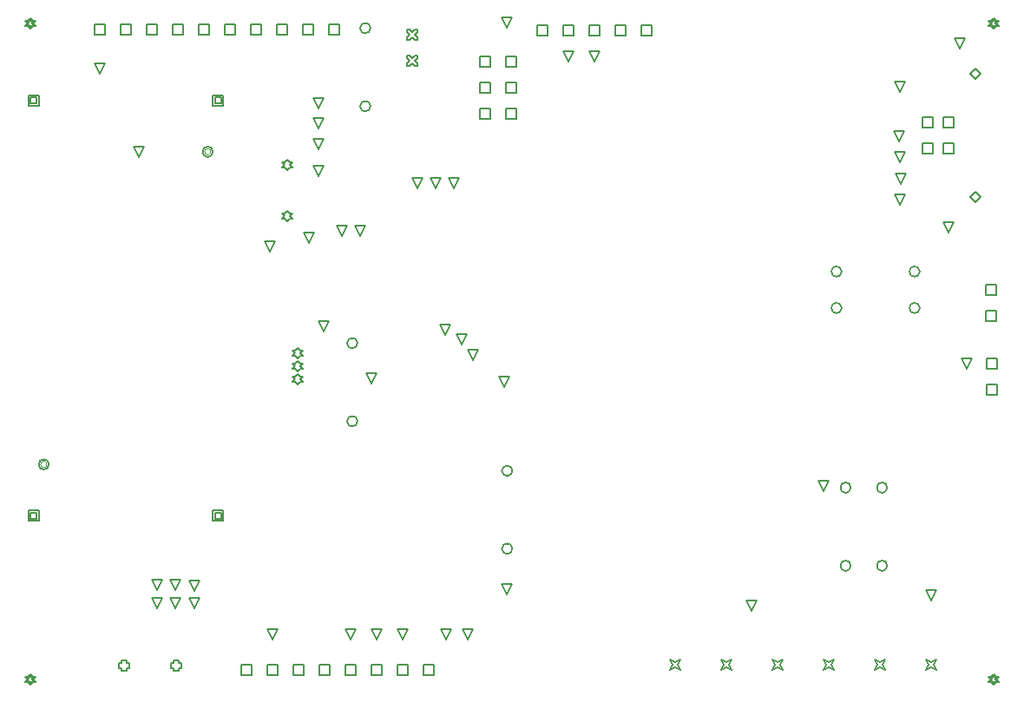
<source format=gbr>
%TF.GenerationSoftware,Altium Limited,Altium Designer,22.8.2 (66)*%
G04 Layer_Color=2752767*
%FSLAX45Y45*%
%MOMM*%
%TF.SameCoordinates,BD556100-397B-4985-8EB5-C039F1F1876F*%
%TF.FilePolarity,Positive*%
%TF.FileFunction,Drawing*%
%TF.Part,Single*%
G01*
G75*
%TA.AperFunction,NonConductor*%
%ADD70C,0.12700*%
%ADD114C,0.16933*%
%ADD115C,0.10160*%
D70*
X281200Y1847500D02*
Y1949100D01*
X382800D01*
Y1847500D01*
X281200D01*
X301520Y1867820D02*
Y1928780D01*
X362480D01*
Y1867820D01*
X301520D01*
X2081200Y1847500D02*
Y1949100D01*
X2182800D01*
Y1847500D01*
X2081200D01*
X2101520Y1867820D02*
Y1928780D01*
X2162480D01*
Y1867820D01*
X2101520D01*
X281200Y5897500D02*
Y5999100D01*
X382800D01*
Y5897500D01*
X281200D01*
X301520Y5917820D02*
Y5978780D01*
X362480D01*
Y5917820D01*
X301520D01*
X2081200Y5897500D02*
Y5999100D01*
X2182800D01*
Y5897500D01*
X2081200D01*
X2101520Y5917820D02*
Y5978780D01*
X2162480D01*
Y5917820D01*
X2101520D01*
X9629300Y3073400D02*
Y3175000D01*
X9730900D01*
Y3073400D01*
X9629300D01*
Y3327400D02*
Y3429000D01*
X9730900D01*
Y3327400D01*
X9629300D01*
X2908475Y3429000D02*
X2933875Y3454400D01*
X2959275D01*
X2933875Y3479800D01*
X2959275Y3505200D01*
X2933875D01*
X2908475Y3530600D01*
X2883075Y3505200D01*
X2857675D01*
X2883075Y3479800D01*
X2857675Y3454400D01*
X2883075D01*
X2908475Y3429000D01*
Y3175000D02*
X2933875Y3200400D01*
X2959275D01*
X2933875Y3225800D01*
X2959275Y3251200D01*
X2933875D01*
X2908475Y3276600D01*
X2883075Y3251200D01*
X2857675D01*
X2883075Y3225800D01*
X2857675Y3200400D01*
X2883075D01*
X2908475Y3175000D01*
Y3302000D02*
X2933875Y3327400D01*
X2959275D01*
X2933875Y3352800D01*
X2959275Y3378200D01*
X2933875D01*
X2908475Y3403600D01*
X2883075Y3378200D01*
X2857675D01*
X2883075Y3352800D01*
X2857675Y3327400D01*
X2883075D01*
X2908475Y3302000D01*
X927100Y6591300D02*
Y6692900D01*
X1028700D01*
Y6591300D01*
X927100D01*
X1181100D02*
Y6692900D01*
X1282700D01*
Y6591300D01*
X1181100D01*
X1689100D02*
Y6692900D01*
X1790700D01*
Y6591300D01*
X1689100D01*
X1943100D02*
Y6692900D01*
X2044700D01*
Y6591300D01*
X1943100D01*
X2197100D02*
Y6692900D01*
X2298700D01*
Y6591300D01*
X2197100D01*
X2451100D02*
Y6692900D01*
X2552700D01*
Y6591300D01*
X2451100D01*
X2705100D02*
Y6692900D01*
X2806700D01*
Y6591300D01*
X2705100D01*
X2959100D02*
Y6692900D01*
X3060700D01*
Y6591300D01*
X2959100D01*
X3213100D02*
Y6692900D01*
X3314700D01*
Y6591300D01*
X3213100D01*
X1435100D02*
Y6692900D01*
X1536700D01*
Y6591300D01*
X1435100D01*
X4686300Y6273800D02*
Y6375400D01*
X4787900D01*
Y6273800D01*
X4686300D01*
X4940300D02*
Y6375400D01*
X5041900D01*
Y6273800D01*
X4940300D01*
X4686300Y6019800D02*
Y6121400D01*
X4787900D01*
Y6019800D01*
X4686300D01*
X4940300D02*
Y6121400D01*
X5041900D01*
Y6019800D01*
X4940300D01*
X4686300Y5765800D02*
Y5867400D01*
X4787900D01*
Y5765800D01*
X4686300D01*
X4940300D02*
Y5867400D01*
X5041900D01*
Y5765800D01*
X4940300D01*
X3975100Y6540500D02*
X4000500D01*
X4025900Y6565900D01*
X4051300Y6540500D01*
X4076700D01*
Y6565900D01*
X4051300Y6591300D01*
X4076700Y6616700D01*
Y6642100D01*
X4051300D01*
X4025900Y6616700D01*
X4000500Y6642100D01*
X3975100D01*
Y6616700D01*
X4000500Y6591300D01*
X3975100Y6565900D01*
Y6540500D01*
Y6286500D02*
X4000500D01*
X4025900Y6311900D01*
X4051300Y6286500D01*
X4076700D01*
Y6311900D01*
X4051300Y6337300D01*
X4076700Y6362700D01*
Y6388100D01*
X4051300D01*
X4025900Y6362700D01*
X4000500Y6388100D01*
X3975100D01*
Y6362700D01*
X4000500Y6337300D01*
X3975100Y6311900D01*
Y6286500D01*
X4139978Y338721D02*
Y440321D01*
X4241578D01*
Y338721D01*
X4139978D01*
X3885978D02*
Y440321D01*
X3987578D01*
Y338721D01*
X3885978D01*
X3631978D02*
Y440321D01*
X3733578D01*
Y338721D01*
X3631978D01*
X3377978D02*
Y440321D01*
X3479578D01*
Y338721D01*
X3377978D01*
X3123978D02*
Y440321D01*
X3225578D01*
Y338721D01*
X3123978D01*
X2869978D02*
Y440321D01*
X2971578D01*
Y338721D01*
X2869978D01*
X2615978D02*
Y440321D01*
X2717578D01*
Y338721D01*
X2615978D01*
X2361978D02*
Y440321D01*
X2463578D01*
Y338721D01*
X2361978D01*
X300000Y6649200D02*
X325400Y6674600D01*
X350800D01*
X325400Y6700000D01*
X350800Y6725400D01*
X325400D01*
X300000Y6750800D01*
X274600Y6725400D01*
X249200D01*
X274600Y6700000D01*
X249200Y6674600D01*
X274600D01*
X300000Y6649200D01*
Y6669520D02*
X315240Y6684760D01*
X330480D01*
X315240Y6700000D01*
X330480Y6715240D01*
X315240D01*
X300000Y6730480D01*
X284760Y6715240D01*
X269520D01*
X284760Y6700000D01*
X269520Y6684760D01*
X284760D01*
X300000Y6669520D01*
X9700000Y6649200D02*
X9725400Y6674600D01*
X9750800D01*
X9725400Y6700000D01*
X9750800Y6725400D01*
X9725400D01*
X9700000Y6750800D01*
X9674600Y6725400D01*
X9649200D01*
X9674600Y6700000D01*
X9649200Y6674600D01*
X9674600D01*
X9700000Y6649200D01*
Y6669520D02*
X9715240Y6684760D01*
X9730480D01*
X9715240Y6700000D01*
X9730480Y6715240D01*
X9715240D01*
X9700000Y6730480D01*
X9684760Y6715240D01*
X9669520D01*
X9684760Y6700000D01*
X9669520Y6684760D01*
X9684760D01*
X9700000Y6669520D01*
Y249200D02*
X9725400Y274600D01*
X9750800D01*
X9725400Y300000D01*
X9750800Y325400D01*
X9725400D01*
X9700000Y350800D01*
X9674600Y325400D01*
X9649200D01*
X9674600Y300000D01*
X9649200Y274600D01*
X9674600D01*
X9700000Y249200D01*
Y269520D02*
X9715240Y284760D01*
X9730480D01*
X9715240Y300000D01*
X9730480Y315240D01*
X9715240D01*
X9700000Y330480D01*
X9684760Y315240D01*
X9669520D01*
X9684760Y300000D01*
X9669520Y284760D01*
X9684760D01*
X9700000Y269520D01*
X300000Y249200D02*
X325400Y274600D01*
X350800D01*
X325400Y300000D01*
X350800Y325400D01*
X325400D01*
X300000Y350800D01*
X274600Y325400D01*
X249200D01*
X274600Y300000D01*
X249200Y274600D01*
X274600D01*
X300000Y249200D01*
Y269520D02*
X315240Y284760D01*
X330480D01*
X315240Y300000D01*
X330480Y315240D01*
X315240D01*
X300000Y330480D01*
X284760Y315240D01*
X269520D01*
X284760Y300000D01*
X269520Y284760D01*
X284760D01*
X300000Y269520D01*
X9626600Y4051300D02*
Y4152900D01*
X9728200D01*
Y4051300D01*
X9626600D01*
Y3797300D02*
Y3898900D01*
X9728200D01*
Y3797300D01*
X9626600D01*
X2806701Y5266500D02*
X2832101Y5291900D01*
X2857501D01*
X2832101Y5317300D01*
X2857501Y5342700D01*
X2832101D01*
X2806701Y5368100D01*
X2781301Y5342700D01*
X2755901D01*
X2781301Y5317300D01*
X2755901Y5291900D01*
X2781301D01*
X2806701Y5266500D01*
X2806699Y4766500D02*
X2832099Y4791900D01*
X2857499D01*
X2832099Y4817300D01*
X2857499Y4842700D01*
X2832099D01*
X2806699Y4868100D01*
X2781299Y4842700D01*
X2755899D01*
X2781299Y4817300D01*
X2755899Y4791900D01*
X2781299D01*
X2806699Y4766500D01*
X9039100Y393700D02*
X9064500Y444500D01*
X9039100Y495300D01*
X9089900Y469900D01*
X9140700Y495300D01*
X9115300Y444500D01*
X9140700Y393700D01*
X9089900Y419100D01*
X9039100Y393700D01*
X8539100D02*
X8564500Y444500D01*
X8539100Y495300D01*
X8589900Y469900D01*
X8640700Y495300D01*
X8615300Y444500D01*
X8640700Y393700D01*
X8589900Y419100D01*
X8539100Y393700D01*
X8039100D02*
X8064500Y444500D01*
X8039100Y495300D01*
X8089900Y469900D01*
X8140700Y495300D01*
X8115300Y444500D01*
X8140700Y393700D01*
X8089900Y419100D01*
X8039100Y393700D01*
X7539100D02*
X7564500Y444500D01*
X7539100Y495300D01*
X7589900Y469900D01*
X7640700Y495300D01*
X7615300Y444500D01*
X7640700Y393700D01*
X7589900Y419100D01*
X7539100Y393700D01*
X7039100D02*
X7064500Y444500D01*
X7039100Y495300D01*
X7089900Y469900D01*
X7140700Y495300D01*
X7115300Y444500D01*
X7140700Y393700D01*
X7089900Y419100D01*
X7039100Y393700D01*
X6539100D02*
X6564500Y444500D01*
X6539100Y495300D01*
X6589900Y469900D01*
X6640700Y495300D01*
X6615300Y444500D01*
X6640700Y393700D01*
X6589900Y419100D01*
X6539100Y393700D01*
X5245100Y6578600D02*
Y6680200D01*
X5346700D01*
Y6578600D01*
X5245100D01*
X5499100D02*
Y6680200D01*
X5600700D01*
Y6578600D01*
X5499100D01*
X5753100D02*
Y6680200D01*
X5854700D01*
Y6578600D01*
X5753100D01*
X6007100D02*
Y6680200D01*
X6108700D01*
Y6578600D01*
X6007100D01*
X6261100D02*
Y6680200D01*
X6362700D01*
Y6578600D01*
X6261100D01*
X1193800Y412100D02*
Y386700D01*
X1244600D01*
Y412100D01*
X1270000D01*
Y462900D01*
X1244600D01*
Y488300D01*
X1193800D01*
Y462900D01*
X1168400D01*
Y412100D01*
X1193800D01*
X1701800D02*
Y386700D01*
X1752600D01*
Y412100D01*
X1778000D01*
Y462900D01*
X1752600D01*
Y488300D01*
X1701800D01*
Y462900D01*
X1676400D01*
Y412100D01*
X1701800D01*
X9474200Y6210300D02*
X9525000Y6261100D01*
X9575800Y6210300D01*
X9525000Y6159500D01*
X9474200Y6210300D01*
Y5006300D02*
X9525000Y5057100D01*
X9575800Y5006300D01*
X9525000Y4955500D01*
X9474200Y5006300D01*
X9204200Y5682500D02*
Y5784100D01*
X9305800D01*
Y5682500D01*
X9204200D01*
Y5432500D02*
Y5534100D01*
X9305800D01*
Y5432500D01*
X9204200D01*
X9004200D02*
Y5534100D01*
X9105800D01*
Y5432500D01*
X9004200D01*
Y5682500D02*
Y5784100D01*
X9105800D01*
Y5682500D01*
X9004200D01*
X2641600Y4470400D02*
X2590800Y4572000D01*
X2692400D01*
X2641600Y4470400D01*
X1358900Y5397500D02*
X1308100Y5499100D01*
X1409700D01*
X1358900Y5397500D01*
X8039100Y2133600D02*
X7988300Y2235200D01*
X8089900D01*
X8039100Y2133600D01*
X9258300Y4660900D02*
X9207500Y4762500D01*
X9309100D01*
X9258300Y4660900D01*
X9372600Y6451600D02*
X9321800Y6553200D01*
X9423400D01*
X9372600Y6451600D01*
X8788400Y6032500D02*
X8737600Y6134100D01*
X8839200D01*
X8788400Y6032500D01*
X9436100Y3327400D02*
X9385300Y3429000D01*
X9486900D01*
X9436100Y3327400D01*
X1536700Y1168400D02*
X1485900Y1270000D01*
X1587500D01*
X1536700Y1168400D01*
X1714500D02*
X1663700Y1270000D01*
X1765300D01*
X1714500Y1168400D01*
X1900710Y1167099D02*
X1849910Y1268699D01*
X1951510D01*
X1900710Y1167099D01*
X1905000Y990600D02*
X1854200Y1092200D01*
X1955800D01*
X1905000Y990600D01*
X1714500D02*
X1663700Y1092200D01*
X1765300D01*
X1714500Y990600D01*
X1534687Y991582D02*
X1483887Y1093182D01*
X1585487D01*
X1534687Y991582D01*
X2665240Y687560D02*
X2614440Y789160D01*
X2716040D01*
X2665240Y687560D01*
X4953000Y1130300D02*
X4902200Y1231900D01*
X5003800D01*
X4953000Y1130300D01*
X8788400Y4927600D02*
X8737600Y5029200D01*
X8839200D01*
X8788400Y4927600D01*
X8789800Y5134985D02*
X8739000Y5236585D01*
X8840600D01*
X8789800Y5134985D01*
X4925840Y3151360D02*
X4875040Y3252960D01*
X4976640D01*
X4925840Y3151360D01*
X4951240Y6656560D02*
X4900440Y6758160D01*
X5002040D01*
X4951240Y6656560D01*
X5549900Y6324600D02*
X5499100Y6426200D01*
X5600700D01*
X5549900Y6324600D01*
X5803900D02*
X5753100Y6426200D01*
X5854700D01*
X5803900Y6324600D01*
X3340100Y4622800D02*
X3289300Y4724400D01*
X3390900D01*
X3340100Y4622800D01*
X3162300Y3695700D02*
X3111500Y3797300D01*
X3213100D01*
X3162300Y3695700D01*
X3517900Y4622800D02*
X3467100Y4724400D01*
X3568700D01*
X3517900Y4622800D01*
X4432300Y5092700D02*
X4381500Y5194300D01*
X4483100D01*
X4432300Y5092700D01*
X4254500D02*
X4203700Y5194300D01*
X4305300D01*
X4254500Y5092700D01*
X4076700D02*
X4025900Y5194300D01*
X4127500D01*
X4076700Y5092700D01*
X3111500Y5207000D02*
X3060700Y5308600D01*
X3162300D01*
X3111500Y5207000D01*
Y5867400D02*
X3060700Y5969000D01*
X3162300D01*
X3111500Y5867400D01*
Y5473700D02*
X3060700Y5575300D01*
X3162300D01*
X3111500Y5473700D01*
Y5676900D02*
X3060700Y5778500D01*
X3162300D01*
X3111500Y5676900D01*
X9092475Y1069311D02*
X9041675Y1170911D01*
X9143275D01*
X9092475Y1069311D01*
X3632200Y3187700D02*
X3581400Y3289300D01*
X3683000D01*
X3632200Y3187700D01*
X4348300Y3662500D02*
X4297500Y3764100D01*
X4399100D01*
X4348300Y3662500D01*
X4508500Y3568700D02*
X4457700Y3670300D01*
X4559300D01*
X4508500Y3568700D01*
X4622800Y3416300D02*
X4572000Y3517900D01*
X4673600D01*
X4622800Y3416300D01*
X8788400Y5346700D02*
X8737600Y5448300D01*
X8839200D01*
X8788400Y5346700D01*
X8775700Y5549900D02*
X8724900Y5651500D01*
X8826500D01*
X8775700Y5549900D01*
X3022600Y4559300D02*
X2971800Y4660900D01*
X3073400D01*
X3022600Y4559300D01*
X977900Y6210300D02*
X927100Y6311900D01*
X1028700D01*
X977900Y6210300D01*
X4572000Y685800D02*
X4521200Y787400D01*
X4622800D01*
X4572000Y685800D01*
X4356100D02*
X4305300Y787400D01*
X4406900D01*
X4356100Y685800D01*
X3937000D02*
X3886200Y787400D01*
X3987800D01*
X3937000Y685800D01*
X3683000D02*
X3632200Y787400D01*
X3733800D01*
X3683000Y685800D01*
X3429000D02*
X3378200Y787400D01*
X3479800D01*
X3429000Y685800D01*
X7340600Y965200D02*
X7289800Y1066800D01*
X7391400D01*
X7340600Y965200D01*
D114*
X2082800Y5448300D02*
G03*
X2082800Y5448300I-50800J0D01*
G01*
X482800Y2398300D02*
G03*
X482800Y2398300I-50800J0D01*
G01*
X8216900Y3924300D02*
G03*
X8216900Y3924300I-50800J0D01*
G01*
X8978900D02*
G03*
X8978900Y3924300I-50800J0D01*
G01*
Y4279900D02*
G03*
X8978900Y4279900I-50800J0D01*
G01*
X8216900D02*
G03*
X8216900Y4279900I-50800J0D01*
G01*
X3619500Y6654800D02*
G03*
X3619500Y6654800I-50800J0D01*
G01*
Y5892800D02*
G03*
X3619500Y5892800I-50800J0D01*
G01*
X3492500Y3581400D02*
G03*
X3492500Y3581400I-50800J0D01*
G01*
Y2819400D02*
G03*
X3492500Y2819400I-50800J0D01*
G01*
X5003800Y1575800D02*
G03*
X5003800Y1575800I-50800J0D01*
G01*
Y2335800D02*
G03*
X5003800Y2335800I-50800J0D01*
G01*
X8661400Y1409700D02*
G03*
X8661400Y1409700I-50800J0D01*
G01*
Y2171700D02*
G03*
X8661400Y2171700I-50800J0D01*
G01*
X8305800D02*
G03*
X8305800Y2171700I-50800J0D01*
G01*
Y1409700D02*
G03*
X8305800Y1409700I-50800J0D01*
G01*
D115*
X2062480Y5448300D02*
G03*
X2062480Y5448300I-30480J0D01*
G01*
X462480Y2398300D02*
G03*
X462480Y2398300I-30480J0D01*
G01*
%TF.MD5,03c3166e72996564853a7eba813b895e*%
M02*

</source>
